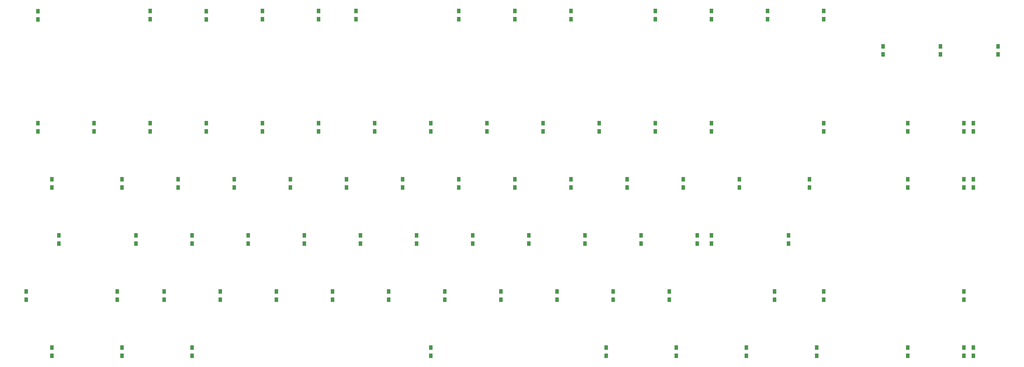
<source format=gbr>
%TF.GenerationSoftware,KiCad,Pcbnew,(7.0.0-rc2-153-g7d6218acb4)*%
%TF.CreationDate,2023-02-19T18:31:40+05:30*%
%TF.ProjectId,ncr-pcb,6e63722d-7063-4622-9e6b-696361645f70,rev?*%
%TF.SameCoordinates,Original*%
%TF.FileFunction,Paste,Bot*%
%TF.FilePolarity,Positive*%
%FSLAX46Y46*%
G04 Gerber Fmt 4.6, Leading zero omitted, Abs format (unit mm)*
G04 Created by KiCad (PCBNEW (7.0.0-rc2-153-g7d6218acb4)) date 2023-02-19 18:31:40*
%MOMM*%
%LPD*%
G01*
G04 APERTURE LIST*
%ADD10R,1.200000X1.500000*%
%ADD11R,1.200000X1.600000*%
G04 APERTURE END LIST*
D10*
%TO.C,R3*%
X343346000Y-20081249D03*
X343346000Y-22781249D03*
%TD*%
%TO.C,R2*%
X323848000Y-20081249D03*
X323848000Y-22781249D03*
%TD*%
%TO.C,R1*%
X304357000Y-20081249D03*
X304357000Y-22781249D03*
%TD*%
D11*
%TO.C,D1*%
X17462499Y-10987499D03*
X17462499Y-8187499D03*
%TD*%
%TO.C,D3*%
X55562499Y-10924999D03*
X55562499Y-8124999D03*
%TD*%
%TO.C,D4*%
X74612499Y-10993749D03*
X74612499Y-8193749D03*
%TD*%
%TO.C,D5*%
X93662499Y-10924999D03*
X93662499Y-8124999D03*
%TD*%
%TO.C,D6*%
X112712499Y-10924999D03*
X112712499Y-8124999D03*
%TD*%
%TO.C,D7*%
X125412499Y-10924999D03*
X125412499Y-8124999D03*
%TD*%
%TO.C,D8*%
X160337499Y-10924999D03*
X160337499Y-8124999D03*
%TD*%
%TO.C,D9*%
X179387499Y-10924999D03*
X179387499Y-8124999D03*
%TD*%
%TO.C,D10*%
X198437499Y-10924999D03*
X198437499Y-8124999D03*
%TD*%
%TO.C,D11*%
X227012499Y-10924999D03*
X227012499Y-8124999D03*
%TD*%
%TO.C,D12*%
X246062499Y-10924999D03*
X246062499Y-8124999D03*
%TD*%
%TO.C,D13*%
X265112499Y-10924999D03*
X265112499Y-8124999D03*
%TD*%
%TO.C,D14*%
X284162499Y-10924999D03*
X284162499Y-8124999D03*
%TD*%
%TO.C,D18*%
X17462499Y-49024999D03*
X17462499Y-46224999D03*
%TD*%
%TO.C,D19*%
X36512499Y-49024999D03*
X36512499Y-46224999D03*
%TD*%
%TO.C,D20*%
X55562499Y-49024999D03*
X55562499Y-46224999D03*
%TD*%
%TO.C,D21*%
X74612499Y-49024999D03*
X74612499Y-46224999D03*
%TD*%
%TO.C,D22*%
X93662499Y-49024999D03*
X93662499Y-46224999D03*
%TD*%
%TO.C,D23*%
X112712499Y-49024999D03*
X112712499Y-46224999D03*
%TD*%
%TO.C,D24*%
X131762499Y-49024999D03*
X131762499Y-46224999D03*
%TD*%
%TO.C,D25*%
X150812499Y-49024999D03*
X150812499Y-46224999D03*
%TD*%
%TO.C,D26*%
X169862499Y-49024999D03*
X169862499Y-46224999D03*
%TD*%
%TO.C,D27*%
X188912499Y-49024999D03*
X188912499Y-46224999D03*
%TD*%
%TO.C,D28*%
X207962499Y-49024999D03*
X207962499Y-46224999D03*
%TD*%
%TO.C,D29*%
X227012499Y-49024999D03*
X227012499Y-46224999D03*
%TD*%
%TO.C,D30*%
X246062499Y-49024999D03*
X246062499Y-46224999D03*
%TD*%
%TO.C,D31*%
X284162499Y-49024999D03*
X284162499Y-46224999D03*
%TD*%
%TO.C,D32*%
X312737499Y-49024999D03*
X312737499Y-46224999D03*
%TD*%
%TO.C,D33*%
X331787499Y-49024999D03*
X331787499Y-46224999D03*
%TD*%
%TO.C,D34*%
X334962499Y-46224999D03*
X334962499Y-49024999D03*
%TD*%
%TO.C,D35*%
X22224999Y-68074999D03*
X22224999Y-65274999D03*
%TD*%
%TO.C,D36*%
X24606249Y-87124999D03*
X24606249Y-84324999D03*
%TD*%
%TO.C,D37*%
X46037499Y-68074999D03*
X46037499Y-65274999D03*
%TD*%
%TO.C,D38*%
X50799999Y-87124999D03*
X50799999Y-84324999D03*
%TD*%
%TO.C,D39*%
X65087499Y-68074999D03*
X65087499Y-65274999D03*
%TD*%
%TO.C,D40*%
X69849999Y-87124999D03*
X69849999Y-84324999D03*
%TD*%
%TO.C,D41*%
X84137499Y-68074999D03*
X84137499Y-65274999D03*
%TD*%
%TO.C,D42*%
X88899999Y-87124999D03*
X88899999Y-84324999D03*
%TD*%
%TO.C,D43*%
X103187499Y-68074999D03*
X103187499Y-65274999D03*
%TD*%
%TO.C,D44*%
X107949999Y-87124999D03*
X107949999Y-84324999D03*
%TD*%
%TO.C,D45*%
X122237499Y-68074999D03*
X122237499Y-65274999D03*
%TD*%
%TO.C,D46*%
X126999999Y-87124999D03*
X126999999Y-84324999D03*
%TD*%
%TO.C,D47*%
X141287499Y-68074999D03*
X141287499Y-65274999D03*
%TD*%
%TO.C,D48*%
X146049999Y-87124999D03*
X146049999Y-84324999D03*
%TD*%
%TO.C,D49*%
X160337499Y-68074999D03*
X160337499Y-65274999D03*
%TD*%
%TO.C,D50*%
X165099999Y-87124999D03*
X165099999Y-84324999D03*
%TD*%
%TO.C,D51*%
X179387499Y-68074999D03*
X179387499Y-65274999D03*
%TD*%
%TO.C,D52*%
X184149999Y-87124999D03*
X184149999Y-84324999D03*
%TD*%
%TO.C,D53*%
X198437499Y-68074999D03*
X198437499Y-65274999D03*
%TD*%
%TO.C,D54*%
X203199999Y-87124999D03*
X203199999Y-84324999D03*
%TD*%
%TO.C,D55*%
X217487499Y-68074999D03*
X217487499Y-65274999D03*
%TD*%
%TO.C,D56*%
X222249999Y-87124999D03*
X222249999Y-84324999D03*
%TD*%
%TO.C,D57*%
X236537499Y-68074999D03*
X236537499Y-65274999D03*
%TD*%
%TO.C,D58*%
X241299999Y-87124999D03*
X241299999Y-84324999D03*
%TD*%
%TO.C,D59*%
X255587499Y-68074999D03*
X255587499Y-65274999D03*
%TD*%
%TO.C,D60*%
X246062499Y-87124999D03*
X246062499Y-84324999D03*
%TD*%
%TO.C,D61*%
X279399999Y-68074999D03*
X279399999Y-65274999D03*
%TD*%
%TO.C,D62*%
X272256249Y-87124999D03*
X272256249Y-84324999D03*
%TD*%
%TO.C,D63*%
X312737499Y-68074999D03*
X312737499Y-65274999D03*
%TD*%
%TO.C,D65*%
X331787499Y-68074999D03*
X331787499Y-65274999D03*
%TD*%
%TO.C,D67*%
X334962499Y-68074999D03*
X334962499Y-65274999D03*
%TD*%
%TO.C,D69*%
X13493749Y-106174999D03*
X13493749Y-103374999D03*
%TD*%
%TO.C,D70*%
X22224999Y-125224999D03*
X22224999Y-122424999D03*
%TD*%
%TO.C,D71*%
X44449999Y-106174999D03*
X44449999Y-103374999D03*
%TD*%
%TO.C,D72*%
X46037499Y-125224999D03*
X46037499Y-122424999D03*
%TD*%
%TO.C,D73*%
X60324999Y-106174999D03*
X60324999Y-103374999D03*
%TD*%
%TO.C,D74*%
X69849999Y-125224999D03*
X69849999Y-122424999D03*
%TD*%
%TO.C,D75*%
X79374999Y-106174999D03*
X79374999Y-103374999D03*
%TD*%
%TO.C,D77*%
X98424999Y-106174999D03*
X98424999Y-103374999D03*
%TD*%
%TO.C,D79*%
X117474999Y-106174999D03*
X117474999Y-103374999D03*
%TD*%
%TO.C,D81*%
X136524999Y-106174999D03*
X136524999Y-103374999D03*
%TD*%
%TO.C,D83*%
X155574999Y-106174999D03*
X155574999Y-103374999D03*
%TD*%
%TO.C,D84*%
X150812499Y-125224999D03*
X150812499Y-122424999D03*
%TD*%
%TO.C,D85*%
X174624999Y-106174999D03*
X174624999Y-103374999D03*
%TD*%
%TO.C,D87*%
X193674999Y-106174999D03*
X193674999Y-103374999D03*
%TD*%
%TO.C,D89*%
X212724999Y-106174999D03*
X212724999Y-103374999D03*
%TD*%
%TO.C,D90*%
X210343749Y-125224999D03*
X210343749Y-122424999D03*
%TD*%
%TO.C,D91*%
X231774999Y-106174999D03*
X231774999Y-103374999D03*
%TD*%
%TO.C,D92*%
X234156249Y-125224999D03*
X234156249Y-122424999D03*
%TD*%
%TO.C,D93*%
X267493749Y-106174999D03*
X267493749Y-103374999D03*
%TD*%
%TO.C,D94*%
X257968749Y-125224999D03*
X257968749Y-122424999D03*
%TD*%
%TO.C,D95*%
X284162499Y-106174999D03*
X284162499Y-103374999D03*
%TD*%
%TO.C,D96*%
X281781249Y-125224999D03*
X281781249Y-122424999D03*
%TD*%
%TO.C,D98*%
X312737499Y-125224999D03*
X312737499Y-122424999D03*
%TD*%
%TO.C,D99*%
X331787499Y-106174999D03*
X331787499Y-103374999D03*
%TD*%
%TO.C,D100*%
X331787499Y-125224999D03*
X331787499Y-122424999D03*
%TD*%
%TO.C,D102*%
X334962499Y-125224999D03*
X334962499Y-122424999D03*
%TD*%
M02*

</source>
